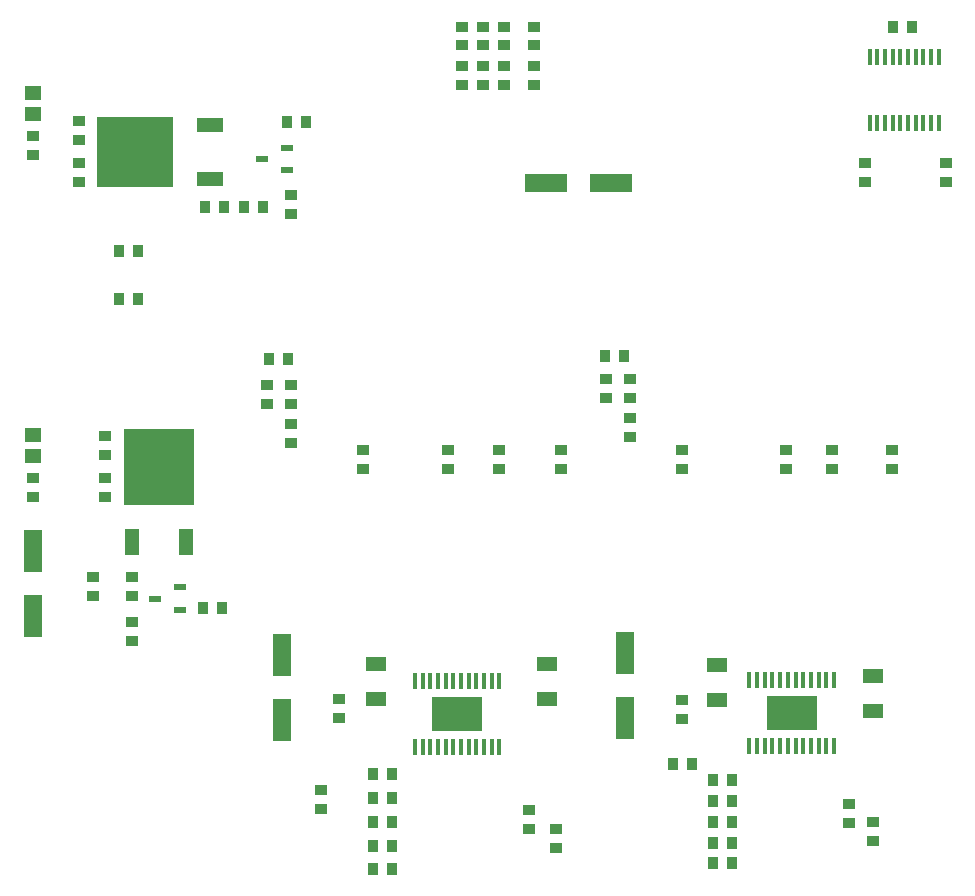
<source format=gtp>
G04 (created by PCBNEW (2013-mar-13)-testing) date Wed 17 Dec 2014 16:17:39 GMT*
%MOIN*%
G04 Gerber Fmt 3.4, Leading zero omitted, Abs format*
%FSLAX34Y34*%
G01*
G70*
G90*
G04 APERTURE LIST*
%ADD10C,0.005906*%
%ADD11R,0.090600X0.051200*%
%ADD12R,0.255900X0.232300*%
%ADD13R,0.016500X0.057900*%
%ADD14R,0.039400X0.023600*%
%ADD15R,0.070900X0.045300*%
%ADD16R,0.037400X0.039400*%
%ADD17R,0.039400X0.037400*%
%ADD18R,0.051200X0.090600*%
%ADD19R,0.232300X0.255900*%
%ADD20R,0.141700X0.063000*%
%ADD21R,0.063000X0.141700*%
%ADD22R,0.057100X0.045300*%
%ADD23R,0.170100X0.118100*%
G04 APERTURE END LIST*
G54D10*
G54D11*
X41500Y-26400D03*
G54D12*
X39000Y-25500D03*
G54D11*
X41500Y-24600D03*
G54D13*
X64522Y-24552D03*
X64778Y-24552D03*
X65034Y-24552D03*
X65290Y-24552D03*
X63758Y-22350D03*
X63754Y-24552D03*
X64010Y-24552D03*
X64266Y-24552D03*
X65546Y-22348D03*
X65290Y-22348D03*
X65034Y-22348D03*
X64778Y-22348D03*
X64522Y-22348D03*
X64266Y-22348D03*
X65546Y-24552D03*
X64010Y-22350D03*
X63498Y-24552D03*
X65802Y-24552D03*
X65802Y-22348D03*
X63498Y-22348D03*
G54D14*
X40516Y-40775D03*
X39684Y-40400D03*
X40516Y-40025D03*
X44066Y-26125D03*
X43234Y-25750D03*
X44066Y-25375D03*
G54D15*
X52750Y-42559D03*
X52750Y-43741D03*
X47050Y-42559D03*
X47050Y-43741D03*
X63600Y-42959D03*
X63600Y-44141D03*
X58400Y-42609D03*
X58400Y-43791D03*
G54D16*
X54685Y-32300D03*
X55315Y-32300D03*
X47565Y-48650D03*
X46935Y-48650D03*
X43485Y-32400D03*
X44115Y-32400D03*
X64285Y-21350D03*
X64915Y-21350D03*
X41965Y-27350D03*
X41335Y-27350D03*
G54D17*
X35600Y-25615D03*
X35600Y-24985D03*
X35600Y-37015D03*
X35600Y-36385D03*
X37150Y-25885D03*
X37150Y-26515D03*
X38000Y-36385D03*
X38000Y-37015D03*
X38900Y-41815D03*
X38900Y-41185D03*
X44200Y-26935D03*
X44200Y-27565D03*
G54D16*
X41285Y-40700D03*
X41915Y-40700D03*
G54D17*
X38900Y-40315D03*
X38900Y-39685D03*
G54D16*
X58915Y-48550D03*
X58285Y-48550D03*
X58285Y-49200D03*
X58915Y-49200D03*
X56935Y-45900D03*
X57565Y-45900D03*
G54D17*
X45200Y-47415D03*
X45200Y-46785D03*
G54D16*
X46935Y-49400D03*
X47565Y-49400D03*
X43265Y-27350D03*
X42635Y-27350D03*
G54D17*
X44200Y-34585D03*
X44200Y-35215D03*
X55500Y-34385D03*
X55500Y-35015D03*
X63350Y-26515D03*
X63350Y-25885D03*
X38000Y-34985D03*
X38000Y-35600D03*
X37150Y-24485D03*
X37150Y-25100D03*
X44200Y-33285D03*
X44200Y-33900D03*
X55500Y-33085D03*
X55500Y-33700D03*
G54D18*
X38900Y-38500D03*
G54D19*
X39800Y-36000D03*
G54D18*
X40700Y-38500D03*
G54D20*
X52717Y-26550D03*
X54883Y-26550D03*
G54D21*
X43900Y-44433D03*
X43900Y-42267D03*
X55350Y-44383D03*
X55350Y-42217D03*
X35600Y-38817D03*
X35600Y-40983D03*
G54D22*
X35600Y-24254D03*
X35600Y-23546D03*
X35600Y-35654D03*
X35600Y-34946D03*
G54D17*
X45800Y-43735D03*
X45800Y-44365D03*
X57250Y-43785D03*
X57250Y-44415D03*
X52150Y-47435D03*
X52150Y-48065D03*
X62800Y-47235D03*
X62800Y-47865D03*
X54700Y-33085D03*
X54700Y-33715D03*
X43400Y-33285D03*
X43400Y-33915D03*
X66050Y-26515D03*
X66050Y-25885D03*
X53050Y-48715D03*
X53050Y-48085D03*
G54D16*
X58915Y-47850D03*
X58285Y-47850D03*
X58915Y-47150D03*
X58285Y-47150D03*
G54D17*
X63600Y-48465D03*
X63600Y-47835D03*
G54D16*
X47565Y-47050D03*
X46935Y-47050D03*
X47565Y-47850D03*
X46935Y-47850D03*
G54D17*
X57250Y-35435D03*
X57250Y-36065D03*
X60700Y-36065D03*
X60700Y-35435D03*
X62250Y-35435D03*
X62250Y-36065D03*
X64250Y-36065D03*
X64250Y-35435D03*
X46600Y-35435D03*
X46600Y-36065D03*
X49450Y-36065D03*
X49450Y-35435D03*
X51150Y-35435D03*
X51150Y-36065D03*
X53200Y-36065D03*
X53200Y-35435D03*
G54D16*
X46935Y-46250D03*
X47565Y-46250D03*
X58285Y-46450D03*
X58915Y-46450D03*
G54D17*
X37600Y-39685D03*
X37600Y-40315D03*
G54D16*
X44715Y-24500D03*
X44085Y-24500D03*
G54D13*
X49622Y-45352D03*
X49878Y-45352D03*
X50134Y-45352D03*
X50390Y-45352D03*
X48858Y-43150D03*
X48854Y-45352D03*
X49110Y-45352D03*
X49366Y-45352D03*
X50646Y-43148D03*
X50390Y-43148D03*
X50134Y-43148D03*
X49878Y-43148D03*
X49622Y-43148D03*
X49366Y-43148D03*
X50646Y-45352D03*
X49110Y-43150D03*
X48598Y-45352D03*
X50902Y-45352D03*
X50902Y-43148D03*
X48598Y-43148D03*
X48343Y-45352D03*
X51157Y-45352D03*
X51157Y-43148D03*
X48343Y-43148D03*
G54D23*
X49750Y-44250D03*
G54D13*
X60772Y-45302D03*
X61028Y-45302D03*
X61284Y-45302D03*
X61540Y-45302D03*
X60008Y-43100D03*
X60004Y-45302D03*
X60260Y-45302D03*
X60516Y-45302D03*
X61796Y-43098D03*
X61540Y-43098D03*
X61284Y-43098D03*
X61028Y-43098D03*
X60772Y-43098D03*
X60516Y-43098D03*
X61796Y-45302D03*
X60260Y-43100D03*
X59748Y-45302D03*
X62052Y-45302D03*
X62052Y-43098D03*
X59748Y-43098D03*
X59493Y-45302D03*
X62307Y-45302D03*
X62307Y-43098D03*
X59493Y-43098D03*
G54D23*
X60900Y-44200D03*
G54D17*
X49900Y-21335D03*
X49900Y-21950D03*
X50600Y-21335D03*
X50600Y-21950D03*
X51300Y-21335D03*
X51300Y-21950D03*
X52300Y-21335D03*
X52300Y-21950D03*
X49900Y-22635D03*
X49900Y-23265D03*
X50600Y-22635D03*
X50600Y-23265D03*
X51300Y-22635D03*
X51300Y-23265D03*
X52300Y-22635D03*
X52300Y-23265D03*
G54D16*
X39115Y-28800D03*
X38485Y-28800D03*
X39115Y-30400D03*
X38485Y-30400D03*
M02*

</source>
